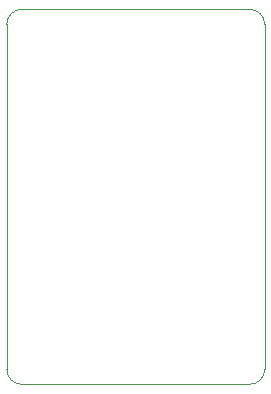
<source format=gbr>
%TF.GenerationSoftware,KiCad,Pcbnew,8.0.4-8.0.4-0~ubuntu22.04.1*%
%TF.CreationDate,2024-08-24T22:10:27-07:00*%
%TF.ProjectId,mag-encoder,6d61672d-656e-4636-9f64-65722e6b6963,0*%
%TF.SameCoordinates,Original*%
%TF.FileFunction,Profile,NP*%
%FSLAX46Y46*%
G04 Gerber Fmt 4.6, Leading zero omitted, Abs format (unit mm)*
G04 Created by KiCad (PCBNEW 8.0.4-8.0.4-0~ubuntu22.04.1) date 2024-08-24 22:10:27*
%MOMM*%
%LPD*%
G01*
G04 APERTURE LIST*
%TA.AperFunction,Profile*%
%ADD10C,0.050000*%
%TD*%
G04 APERTURE END LIST*
D10*
X219633800Y-108966000D02*
G75*
G02*
X220903800Y-107696000I1270000J0D01*
G01*
X241477800Y-138176000D02*
G75*
G02*
X240207800Y-139446000I-1270000J0D01*
G01*
X219633800Y-108966000D02*
X219633800Y-138176000D01*
X241477800Y-138176000D02*
X241477800Y-108966000D01*
X240207800Y-107696000D02*
X220903800Y-107696000D01*
X220903800Y-139446000D02*
G75*
G02*
X219633800Y-138176000I0J1270000D01*
G01*
X220903800Y-139446000D02*
X240207800Y-139446000D01*
X240207800Y-107696000D02*
G75*
G02*
X241477800Y-108966000I0J-1270000D01*
G01*
M02*

</source>
